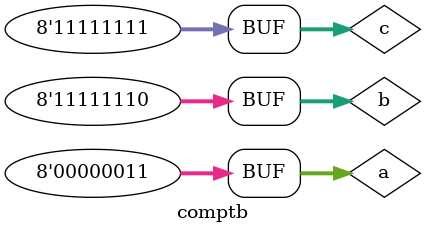
<source format=v>
module comptb;
reg [7:0] a,b,c;
wire aeb,agb,alb;
comp uut(.a(a),.b(b),.c(c),.aeb(aeb),.agb(agb),.alb(alb));
initial begin
$dumpfile("comp.vcd");
$dumpvars;
$monitor($time,"a=%b,b=%b,c=%b,aeb=%b,agb=%b,alb=%b",a,b,c,aeb,agb,alb);
a=8'b00000000;  b=8'b00000000;  c=8'b00000000;
#5a=8'b00000000; b=8'b00000000;  c=8'b00000000;
#5a=8'b11111111; b=8'b0000010;   c=8'b0000000; 
#5a=8'b00000011; b=8'b11111110;  c=8'b11111111;
end
endmodule

</source>
